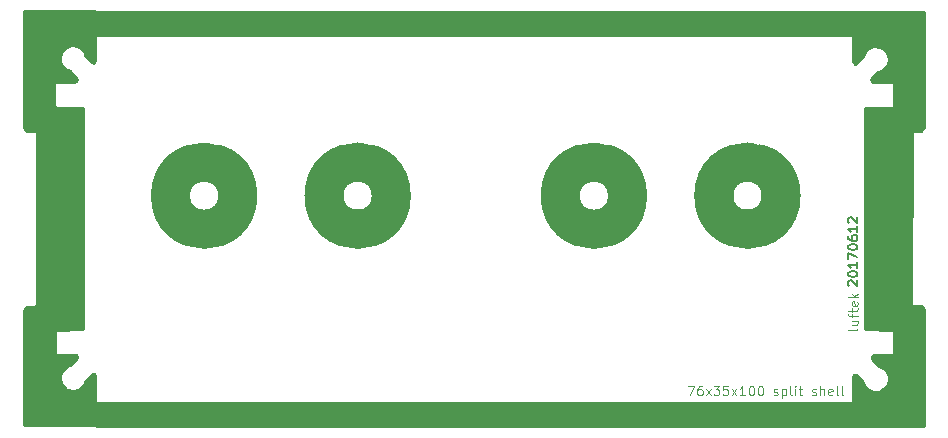
<source format=gts>
G04 #@! TF.GenerationSoftware,KiCad,Pcbnew,(2017-06-07 revision 51bed4bae)-makepkg*
G04 #@! TF.CreationDate,2017-06-11T00:06:54+02:00*
G04 #@! TF.ProjectId,Front_Panel_76x35_4conn,46726F6E745F50616E656C5F37367833,rev?*
G04 #@! TF.FileFunction,Soldermask,Top*
G04 #@! TF.FilePolarity,Negative*
%FSLAX46Y46*%
G04 Gerber Fmt 4.6, Leading zero omitted, Abs format (unit mm)*
G04 Created by KiCad (PCBNEW (2017-06-07 revision 51bed4bae)-makepkg) date 06/11/17 00:06:54*
%MOMM*%
%LPD*%
G01*
G04 APERTURE LIST*
%ADD10C,0.150000*%
%ADD11C,0.100000*%
%ADD12C,0.700000*%
%ADD13C,1.350000*%
%ADD14C,3.000000*%
%ADD15C,0.254000*%
G04 APERTURE END LIST*
D10*
D11*
X70611904Y-26990476D02*
X70573809Y-27066666D01*
X70497619Y-27104761D01*
X69811904Y-27104761D01*
X70078571Y-26342857D02*
X70611904Y-26342857D01*
X70078571Y-26685714D02*
X70497619Y-26685714D01*
X70573809Y-26647619D01*
X70611904Y-26571428D01*
X70611904Y-26457142D01*
X70573809Y-26380952D01*
X70535714Y-26342857D01*
X70078571Y-26076190D02*
X70078571Y-25771428D01*
X70611904Y-25961904D02*
X69926190Y-25961904D01*
X69850000Y-25923809D01*
X69811904Y-25847619D01*
X69811904Y-25771428D01*
X70078571Y-25619047D02*
X70078571Y-25314285D01*
X69811904Y-25504761D02*
X70497619Y-25504761D01*
X70573809Y-25466666D01*
X70611904Y-25390476D01*
X70611904Y-25314285D01*
X70573809Y-24742857D02*
X70611904Y-24819047D01*
X70611904Y-24971428D01*
X70573809Y-25047619D01*
X70497619Y-25085714D01*
X70192857Y-25085714D01*
X70116666Y-25047619D01*
X70078571Y-24971428D01*
X70078571Y-24819047D01*
X70116666Y-24742857D01*
X70192857Y-24704761D01*
X70269047Y-24704761D01*
X70345238Y-25085714D01*
X70611904Y-24361904D02*
X69811904Y-24361904D01*
X70307142Y-24285714D02*
X70611904Y-24057142D01*
X70078571Y-24057142D02*
X70383333Y-24361904D01*
D10*
X69848095Y-23380119D02*
X69810000Y-23342023D01*
X69771904Y-23265833D01*
X69771904Y-23075357D01*
X69810000Y-22999166D01*
X69848095Y-22961071D01*
X69924285Y-22922976D01*
X70000476Y-22922976D01*
X70114761Y-22961071D01*
X70571904Y-23418214D01*
X70571904Y-22922976D01*
X69771904Y-22427738D02*
X69771904Y-22351547D01*
X69810000Y-22275357D01*
X69848095Y-22237261D01*
X69924285Y-22199166D01*
X70076666Y-22161071D01*
X70267142Y-22161071D01*
X70419523Y-22199166D01*
X70495714Y-22237261D01*
X70533809Y-22275357D01*
X70571904Y-22351547D01*
X70571904Y-22427738D01*
X70533809Y-22503928D01*
X70495714Y-22542023D01*
X70419523Y-22580119D01*
X70267142Y-22618214D01*
X70076666Y-22618214D01*
X69924285Y-22580119D01*
X69848095Y-22542023D01*
X69810000Y-22503928D01*
X69771904Y-22427738D01*
X70571904Y-21399166D02*
X70571904Y-21856309D01*
X70571904Y-21627738D02*
X69771904Y-21627738D01*
X69886190Y-21703928D01*
X69962380Y-21780119D01*
X70000476Y-21856309D01*
X69771904Y-21132500D02*
X69771904Y-20599166D01*
X70571904Y-20942023D01*
X69771904Y-20142023D02*
X69771904Y-20065833D01*
X69810000Y-19989642D01*
X69848095Y-19951547D01*
X69924285Y-19913452D01*
X70076666Y-19875357D01*
X70267142Y-19875357D01*
X70419523Y-19913452D01*
X70495714Y-19951547D01*
X70533809Y-19989642D01*
X70571904Y-20065833D01*
X70571904Y-20142023D01*
X70533809Y-20218214D01*
X70495714Y-20256309D01*
X70419523Y-20294404D01*
X70267142Y-20332500D01*
X70076666Y-20332500D01*
X69924285Y-20294404D01*
X69848095Y-20256309D01*
X69810000Y-20218214D01*
X69771904Y-20142023D01*
X69771904Y-19189642D02*
X69771904Y-19342023D01*
X69810000Y-19418214D01*
X69848095Y-19456309D01*
X69962380Y-19532500D01*
X70114761Y-19570595D01*
X70419523Y-19570595D01*
X70495714Y-19532500D01*
X70533809Y-19494404D01*
X70571904Y-19418214D01*
X70571904Y-19265833D01*
X70533809Y-19189642D01*
X70495714Y-19151547D01*
X70419523Y-19113452D01*
X70229047Y-19113452D01*
X70152857Y-19151547D01*
X70114761Y-19189642D01*
X70076666Y-19265833D01*
X70076666Y-19418214D01*
X70114761Y-19494404D01*
X70152857Y-19532500D01*
X70229047Y-19570595D01*
X70571904Y-18351547D02*
X70571904Y-18808690D01*
X70571904Y-18580119D02*
X69771904Y-18580119D01*
X69886190Y-18656309D01*
X69962380Y-18732500D01*
X70000476Y-18808690D01*
X69848095Y-18046785D02*
X69810000Y-18008690D01*
X69771904Y-17932500D01*
X69771904Y-17742023D01*
X69810000Y-17665833D01*
X69848095Y-17627738D01*
X69924285Y-17589642D01*
X70000476Y-17589642D01*
X70114761Y-17627738D01*
X70571904Y-18084880D01*
X70571904Y-17589642D01*
D11*
X56218571Y-31871904D02*
X56751904Y-31871904D01*
X56409047Y-32671904D01*
X57399523Y-31871904D02*
X57247142Y-31871904D01*
X57170952Y-31910000D01*
X57132857Y-31948095D01*
X57056666Y-32062380D01*
X57018571Y-32214761D01*
X57018571Y-32519523D01*
X57056666Y-32595714D01*
X57094761Y-32633809D01*
X57170952Y-32671904D01*
X57323333Y-32671904D01*
X57399523Y-32633809D01*
X57437619Y-32595714D01*
X57475714Y-32519523D01*
X57475714Y-32329047D01*
X57437619Y-32252857D01*
X57399523Y-32214761D01*
X57323333Y-32176666D01*
X57170952Y-32176666D01*
X57094761Y-32214761D01*
X57056666Y-32252857D01*
X57018571Y-32329047D01*
X57742380Y-32671904D02*
X58161428Y-32138571D01*
X57742380Y-32138571D02*
X58161428Y-32671904D01*
X58390000Y-31871904D02*
X58885238Y-31871904D01*
X58618571Y-32176666D01*
X58732857Y-32176666D01*
X58809047Y-32214761D01*
X58847142Y-32252857D01*
X58885238Y-32329047D01*
X58885238Y-32519523D01*
X58847142Y-32595714D01*
X58809047Y-32633809D01*
X58732857Y-32671904D01*
X58504285Y-32671904D01*
X58428095Y-32633809D01*
X58390000Y-32595714D01*
X59609047Y-31871904D02*
X59228095Y-31871904D01*
X59190000Y-32252857D01*
X59228095Y-32214761D01*
X59304285Y-32176666D01*
X59494761Y-32176666D01*
X59570952Y-32214761D01*
X59609047Y-32252857D01*
X59647142Y-32329047D01*
X59647142Y-32519523D01*
X59609047Y-32595714D01*
X59570952Y-32633809D01*
X59494761Y-32671904D01*
X59304285Y-32671904D01*
X59228095Y-32633809D01*
X59190000Y-32595714D01*
X59913809Y-32671904D02*
X60332857Y-32138571D01*
X59913809Y-32138571D02*
X60332857Y-32671904D01*
X61056666Y-32671904D02*
X60599523Y-32671904D01*
X60828095Y-32671904D02*
X60828095Y-31871904D01*
X60751904Y-31986190D01*
X60675714Y-32062380D01*
X60599523Y-32100476D01*
X61551904Y-31871904D02*
X61628095Y-31871904D01*
X61704285Y-31910000D01*
X61742380Y-31948095D01*
X61780476Y-32024285D01*
X61818571Y-32176666D01*
X61818571Y-32367142D01*
X61780476Y-32519523D01*
X61742380Y-32595714D01*
X61704285Y-32633809D01*
X61628095Y-32671904D01*
X61551904Y-32671904D01*
X61475714Y-32633809D01*
X61437619Y-32595714D01*
X61399523Y-32519523D01*
X61361428Y-32367142D01*
X61361428Y-32176666D01*
X61399523Y-32024285D01*
X61437619Y-31948095D01*
X61475714Y-31910000D01*
X61551904Y-31871904D01*
X62313809Y-31871904D02*
X62390000Y-31871904D01*
X62466190Y-31910000D01*
X62504285Y-31948095D01*
X62542380Y-32024285D01*
X62580476Y-32176666D01*
X62580476Y-32367142D01*
X62542380Y-32519523D01*
X62504285Y-32595714D01*
X62466190Y-32633809D01*
X62390000Y-32671904D01*
X62313809Y-32671904D01*
X62237619Y-32633809D01*
X62199523Y-32595714D01*
X62161428Y-32519523D01*
X62123333Y-32367142D01*
X62123333Y-32176666D01*
X62161428Y-32024285D01*
X62199523Y-31948095D01*
X62237619Y-31910000D01*
X62313809Y-31871904D01*
X63494761Y-32633809D02*
X63570952Y-32671904D01*
X63723333Y-32671904D01*
X63799523Y-32633809D01*
X63837619Y-32557619D01*
X63837619Y-32519523D01*
X63799523Y-32443333D01*
X63723333Y-32405238D01*
X63609047Y-32405238D01*
X63532857Y-32367142D01*
X63494761Y-32290952D01*
X63494761Y-32252857D01*
X63532857Y-32176666D01*
X63609047Y-32138571D01*
X63723333Y-32138571D01*
X63799523Y-32176666D01*
X64180476Y-32138571D02*
X64180476Y-32938571D01*
X64180476Y-32176666D02*
X64256666Y-32138571D01*
X64409047Y-32138571D01*
X64485238Y-32176666D01*
X64523333Y-32214761D01*
X64561428Y-32290952D01*
X64561428Y-32519523D01*
X64523333Y-32595714D01*
X64485238Y-32633809D01*
X64409047Y-32671904D01*
X64256666Y-32671904D01*
X64180476Y-32633809D01*
X65018571Y-32671904D02*
X64942380Y-32633809D01*
X64904285Y-32557619D01*
X64904285Y-31871904D01*
X65323333Y-32671904D02*
X65323333Y-32138571D01*
X65323333Y-31871904D02*
X65285238Y-31910000D01*
X65323333Y-31948095D01*
X65361428Y-31910000D01*
X65323333Y-31871904D01*
X65323333Y-31948095D01*
X65590000Y-32138571D02*
X65894761Y-32138571D01*
X65704285Y-31871904D02*
X65704285Y-32557619D01*
X65742380Y-32633809D01*
X65818571Y-32671904D01*
X65894761Y-32671904D01*
X66732857Y-32633809D02*
X66809047Y-32671904D01*
X66961428Y-32671904D01*
X67037619Y-32633809D01*
X67075714Y-32557619D01*
X67075714Y-32519523D01*
X67037619Y-32443333D01*
X66961428Y-32405238D01*
X66847142Y-32405238D01*
X66770952Y-32367142D01*
X66732857Y-32290952D01*
X66732857Y-32252857D01*
X66770952Y-32176666D01*
X66847142Y-32138571D01*
X66961428Y-32138571D01*
X67037619Y-32176666D01*
X67418571Y-32671904D02*
X67418571Y-31871904D01*
X67761428Y-32671904D02*
X67761428Y-32252857D01*
X67723333Y-32176666D01*
X67647142Y-32138571D01*
X67532857Y-32138571D01*
X67456666Y-32176666D01*
X67418571Y-32214761D01*
X68447142Y-32633809D02*
X68370952Y-32671904D01*
X68218571Y-32671904D01*
X68142380Y-32633809D01*
X68104285Y-32557619D01*
X68104285Y-32252857D01*
X68142380Y-32176666D01*
X68218571Y-32138571D01*
X68370952Y-32138571D01*
X68447142Y-32176666D01*
X68485238Y-32252857D01*
X68485238Y-32329047D01*
X68104285Y-32405238D01*
X68942380Y-32671904D02*
X68866190Y-32633809D01*
X68828095Y-32557619D01*
X68828095Y-31871904D01*
X69361428Y-32671904D02*
X69285238Y-32633809D01*
X69247142Y-32557619D01*
X69247142Y-31871904D01*
D12*
X31180000Y-13790000D02*
X31180000Y-17760000D01*
D13*
X32090000Y-15770000D02*
G75*
G03X32090000Y-15770000I-3830000J0D01*
G01*
D14*
X30920000Y-15770000D02*
G75*
G03X30920000Y-15770000I-2660000J0D01*
G01*
D12*
X18180000Y-13790000D02*
X18180000Y-17760000D01*
D13*
X19090000Y-15770000D02*
G75*
G03X19090000Y-15770000I-3830000J0D01*
G01*
D14*
X17920000Y-15770000D02*
G75*
G03X17920000Y-15770000I-2660000J0D01*
G01*
D12*
X64180000Y-13790000D02*
X64180000Y-17760000D01*
D13*
X65090000Y-15770000D02*
G75*
G03X65090000Y-15770000I-3830000J0D01*
G01*
D14*
X63920000Y-15770000D02*
G75*
G03X63920000Y-15770000I-2660000J0D01*
G01*
D12*
X51180000Y-13790000D02*
X51180000Y-17760000D01*
D13*
X52090000Y-15770000D02*
G75*
G03X52090000Y-15770000I-3830000J0D01*
G01*
D14*
X50920000Y-15770000D02*
G75*
G03X50920000Y-15770000I-2660000J0D01*
G01*
D15*
G36*
X71004735Y-236890D02*
X70748976Y-2133034D01*
X4968728Y-2152961D01*
X4995294Y-187095D01*
X71004735Y-236890D01*
X71004735Y-236890D01*
G37*
X71004735Y-236890D02*
X70748976Y-2133034D01*
X4968728Y-2152961D01*
X4995294Y-187095D01*
X71004735Y-236890D01*
G36*
X70302424Y-35262960D02*
X6106417Y-35243039D01*
X6097587Y-33326960D01*
X70293573Y-33307039D01*
X70302424Y-35262960D01*
X70302424Y-35262960D01*
G37*
X70302424Y-35262960D02*
X6106417Y-35243039D01*
X6097587Y-33326960D01*
X70293573Y-33307039D01*
X70302424Y-35262960D01*
G36*
X76223043Y-9957610D02*
X75986500Y-10273000D01*
X75290000Y-10273000D01*
X75241399Y-10282667D01*
X75200197Y-10310197D01*
X75172667Y-10351399D01*
X75163000Y-10399739D01*
X75133000Y-24999739D01*
X75142568Y-25048360D01*
X75170013Y-25089618D01*
X75211158Y-25117233D01*
X75260000Y-25127000D01*
X75997394Y-25127000D01*
X76223000Y-25352606D01*
X76223000Y-35273000D01*
X70216424Y-35273000D01*
X70207000Y-33199643D01*
X70207000Y-31042333D01*
X70282350Y-30941866D01*
X70337554Y-30916388D01*
X70443440Y-30951683D01*
X71036553Y-31507727D01*
X71117228Y-31812498D01*
X71153046Y-31872564D01*
X71483046Y-32182564D01*
X71521796Y-32207496D01*
X71911796Y-32367496D01*
X71960000Y-32377000D01*
X72340000Y-32377000D01*
X72403368Y-32360061D01*
X72733368Y-32170061D01*
X72754147Y-32155123D01*
X73014147Y-31925123D01*
X73047315Y-31878643D01*
X73217315Y-31468643D01*
X73226945Y-31416266D01*
X73216945Y-31076266D01*
X73208162Y-31033451D01*
X73078162Y-30703451D01*
X73053065Y-30663583D01*
X72793065Y-30383583D01*
X72750747Y-30353580D01*
X72382299Y-30192974D01*
X71814539Y-29634522D01*
X71774602Y-29474775D01*
X71825253Y-29373474D01*
X71971994Y-29296610D01*
X73541587Y-29276990D01*
X73590064Y-29266716D01*
X73630918Y-29238673D01*
X73657931Y-29197130D01*
X73667000Y-29150000D01*
X73667000Y-27250000D01*
X73657333Y-27201399D01*
X73629803Y-27160197D01*
X73588601Y-27132667D01*
X73541549Y-27123009D01*
X71207066Y-27094540D01*
X71216934Y-8364920D01*
X73512099Y-8326983D01*
X73560533Y-8316513D01*
X73601274Y-8288306D01*
X73628120Y-8246655D01*
X73636998Y-8200661D01*
X73646998Y-6280661D01*
X73637584Y-6232011D01*
X73610269Y-6190666D01*
X73569211Y-6162922D01*
X73520747Y-6153002D01*
X71870187Y-6143293D01*
X71780639Y-6060141D01*
X71735078Y-5980409D01*
X71755477Y-5893714D01*
X72320858Y-5319065D01*
X72614593Y-5208914D01*
X72657409Y-5182134D01*
X73047409Y-4812134D01*
X73080743Y-4759373D01*
X73230743Y-4299373D01*
X73232788Y-4227565D01*
X73092788Y-3697565D01*
X73060992Y-3641403D01*
X72690992Y-3261403D01*
X72650161Y-3233326D01*
X72621946Y-3224910D01*
X72051946Y-3124910D01*
X71999198Y-3126792D01*
X71639198Y-3216792D01*
X71588697Y-3242436D01*
X71228697Y-3542436D01*
X71193037Y-3590516D01*
X70984565Y-4083268D01*
X70433061Y-4559992D01*
X70383763Y-4579711D01*
X70306088Y-4569354D01*
X70249240Y-4517675D01*
X70196898Y-4368124D01*
X70187013Y-2292299D01*
X70271817Y-228740D01*
X71558199Y-246987D01*
X71560794Y-246998D01*
X76232871Y-217798D01*
X76223043Y-9957610D01*
X76223043Y-9957610D01*
G37*
X76223043Y-9957610D02*
X75986500Y-10273000D01*
X75290000Y-10273000D01*
X75241399Y-10282667D01*
X75200197Y-10310197D01*
X75172667Y-10351399D01*
X75163000Y-10399739D01*
X75133000Y-24999739D01*
X75142568Y-25048360D01*
X75170013Y-25089618D01*
X75211158Y-25117233D01*
X75260000Y-25127000D01*
X75997394Y-25127000D01*
X76223000Y-25352606D01*
X76223000Y-35273000D01*
X70216424Y-35273000D01*
X70207000Y-33199643D01*
X70207000Y-31042333D01*
X70282350Y-30941866D01*
X70337554Y-30916388D01*
X70443440Y-30951683D01*
X71036553Y-31507727D01*
X71117228Y-31812498D01*
X71153046Y-31872564D01*
X71483046Y-32182564D01*
X71521796Y-32207496D01*
X71911796Y-32367496D01*
X71960000Y-32377000D01*
X72340000Y-32377000D01*
X72403368Y-32360061D01*
X72733368Y-32170061D01*
X72754147Y-32155123D01*
X73014147Y-31925123D01*
X73047315Y-31878643D01*
X73217315Y-31468643D01*
X73226945Y-31416266D01*
X73216945Y-31076266D01*
X73208162Y-31033451D01*
X73078162Y-30703451D01*
X73053065Y-30663583D01*
X72793065Y-30383583D01*
X72750747Y-30353580D01*
X72382299Y-30192974D01*
X71814539Y-29634522D01*
X71774602Y-29474775D01*
X71825253Y-29373474D01*
X71971994Y-29296610D01*
X73541587Y-29276990D01*
X73590064Y-29266716D01*
X73630918Y-29238673D01*
X73657931Y-29197130D01*
X73667000Y-29150000D01*
X73667000Y-27250000D01*
X73657333Y-27201399D01*
X73629803Y-27160197D01*
X73588601Y-27132667D01*
X73541549Y-27123009D01*
X71207066Y-27094540D01*
X71216934Y-8364920D01*
X73512099Y-8326983D01*
X73560533Y-8316513D01*
X73601274Y-8288306D01*
X73628120Y-8246655D01*
X73636998Y-8200661D01*
X73646998Y-6280661D01*
X73637584Y-6232011D01*
X73610269Y-6190666D01*
X73569211Y-6162922D01*
X73520747Y-6153002D01*
X71870187Y-6143293D01*
X71780639Y-6060141D01*
X71735078Y-5980409D01*
X71755477Y-5893714D01*
X72320858Y-5319065D01*
X72614593Y-5208914D01*
X72657409Y-5182134D01*
X73047409Y-4812134D01*
X73080743Y-4759373D01*
X73230743Y-4299373D01*
X73232788Y-4227565D01*
X73092788Y-3697565D01*
X73060992Y-3641403D01*
X72690992Y-3261403D01*
X72650161Y-3233326D01*
X72621946Y-3224910D01*
X72051946Y-3124910D01*
X71999198Y-3126792D01*
X71639198Y-3216792D01*
X71588697Y-3242436D01*
X71228697Y-3542436D01*
X71193037Y-3590516D01*
X70984565Y-4083268D01*
X70433061Y-4559992D01*
X70383763Y-4579711D01*
X70306088Y-4569354D01*
X70249240Y-4517675D01*
X70196898Y-4368124D01*
X70187013Y-2292299D01*
X70271817Y-228740D01*
X71558199Y-246987D01*
X71560794Y-246998D01*
X76232871Y-217798D01*
X76223043Y-9957610D01*
G36*
X6043000Y-2230357D02*
X6043000Y-4387666D01*
X5967649Y-4488135D01*
X5912446Y-4513614D01*
X5806560Y-4478317D01*
X5213447Y-3922271D01*
X5132771Y-3617501D01*
X5096954Y-3557436D01*
X4766954Y-3247436D01*
X4728204Y-3222504D01*
X4338204Y-3062504D01*
X4290000Y-3053000D01*
X3910000Y-3053000D01*
X3846632Y-3069939D01*
X3516632Y-3259939D01*
X3495853Y-3274877D01*
X3235854Y-3504876D01*
X3202686Y-3551356D01*
X3032685Y-3961357D01*
X3023055Y-4013734D01*
X3033055Y-4353734D01*
X3041838Y-4396548D01*
X3171837Y-4726549D01*
X3196935Y-4766419D01*
X3456936Y-5046418D01*
X3499253Y-5076421D01*
X3867704Y-5237027D01*
X4435462Y-5795480D01*
X4475397Y-5955224D01*
X4424746Y-6056526D01*
X4278007Y-6133390D01*
X2708413Y-6153010D01*
X2659936Y-6163284D01*
X2619082Y-6191327D01*
X2592069Y-6232870D01*
X2583000Y-6280000D01*
X2583001Y-8180000D01*
X2592668Y-8228601D01*
X2620198Y-8269803D01*
X2661400Y-8297333D01*
X2708452Y-8306991D01*
X5042935Y-8335462D01*
X5033066Y-27065080D01*
X2737902Y-27103017D01*
X2689468Y-27113487D01*
X2648727Y-27141694D01*
X2621881Y-27183345D01*
X2613003Y-27229338D01*
X2603002Y-29149338D01*
X2612416Y-29197989D01*
X2639731Y-29239334D01*
X2680789Y-29267078D01*
X2729253Y-29276998D01*
X4379813Y-29286706D01*
X4469361Y-29369859D01*
X4514922Y-29449591D01*
X4494523Y-29536286D01*
X3929142Y-30110936D01*
X3635408Y-30221086D01*
X3592591Y-30247866D01*
X3202591Y-30617866D01*
X3169257Y-30670627D01*
X3019257Y-31130627D01*
X3017212Y-31202435D01*
X3157212Y-31732435D01*
X3189008Y-31788597D01*
X3559008Y-32168597D01*
X3599839Y-32196674D01*
X3628054Y-32205090D01*
X4198054Y-32305090D01*
X4250802Y-32303208D01*
X4610802Y-32213208D01*
X4661303Y-32187564D01*
X5021303Y-31887564D01*
X5056963Y-31839484D01*
X5265436Y-31346730D01*
X5816940Y-30870007D01*
X5866236Y-30850289D01*
X5943912Y-30860646D01*
X6000760Y-30912325D01*
X6053102Y-31061876D01*
X6062987Y-33137701D01*
X5978086Y-35203618D01*
X4129749Y-35213000D01*
X17128Y-35213000D01*
X26957Y-25472390D01*
X263500Y-25157000D01*
X960000Y-25157001D01*
X1008601Y-25147334D01*
X1049802Y-25119804D01*
X1077333Y-25078602D01*
X1087000Y-25030262D01*
X1117000Y-10430261D01*
X1107432Y-10381640D01*
X1079987Y-10340382D01*
X1038842Y-10312767D01*
X990000Y-10303000D01*
X252606Y-10303000D01*
X27000Y-10077394D01*
X26998Y-157001D01*
X6033574Y-157001D01*
X6043000Y-2230357D01*
X6043000Y-2230357D01*
G37*
X6043000Y-2230357D02*
X6043000Y-4387666D01*
X5967649Y-4488135D01*
X5912446Y-4513614D01*
X5806560Y-4478317D01*
X5213447Y-3922271D01*
X5132771Y-3617501D01*
X5096954Y-3557436D01*
X4766954Y-3247436D01*
X4728204Y-3222504D01*
X4338204Y-3062504D01*
X4290000Y-3053000D01*
X3910000Y-3053000D01*
X3846632Y-3069939D01*
X3516632Y-3259939D01*
X3495853Y-3274877D01*
X3235854Y-3504876D01*
X3202686Y-3551356D01*
X3032685Y-3961357D01*
X3023055Y-4013734D01*
X3033055Y-4353734D01*
X3041838Y-4396548D01*
X3171837Y-4726549D01*
X3196935Y-4766419D01*
X3456936Y-5046418D01*
X3499253Y-5076421D01*
X3867704Y-5237027D01*
X4435462Y-5795480D01*
X4475397Y-5955224D01*
X4424746Y-6056526D01*
X4278007Y-6133390D01*
X2708413Y-6153010D01*
X2659936Y-6163284D01*
X2619082Y-6191327D01*
X2592069Y-6232870D01*
X2583000Y-6280000D01*
X2583001Y-8180000D01*
X2592668Y-8228601D01*
X2620198Y-8269803D01*
X2661400Y-8297333D01*
X2708452Y-8306991D01*
X5042935Y-8335462D01*
X5033066Y-27065080D01*
X2737902Y-27103017D01*
X2689468Y-27113487D01*
X2648727Y-27141694D01*
X2621881Y-27183345D01*
X2613003Y-27229338D01*
X2603002Y-29149338D01*
X2612416Y-29197989D01*
X2639731Y-29239334D01*
X2680789Y-29267078D01*
X2729253Y-29276998D01*
X4379813Y-29286706D01*
X4469361Y-29369859D01*
X4514922Y-29449591D01*
X4494523Y-29536286D01*
X3929142Y-30110936D01*
X3635408Y-30221086D01*
X3592591Y-30247866D01*
X3202591Y-30617866D01*
X3169257Y-30670627D01*
X3019257Y-31130627D01*
X3017212Y-31202435D01*
X3157212Y-31732435D01*
X3189008Y-31788597D01*
X3559008Y-32168597D01*
X3599839Y-32196674D01*
X3628054Y-32205090D01*
X4198054Y-32305090D01*
X4250802Y-32303208D01*
X4610802Y-32213208D01*
X4661303Y-32187564D01*
X5021303Y-31887564D01*
X5056963Y-31839484D01*
X5265436Y-31346730D01*
X5816940Y-30870007D01*
X5866236Y-30850289D01*
X5943912Y-30860646D01*
X6000760Y-30912325D01*
X6053102Y-31061876D01*
X6062987Y-33137701D01*
X5978086Y-35203618D01*
X4129749Y-35213000D01*
X17128Y-35213000D01*
X26957Y-25472390D01*
X263500Y-25157000D01*
X960000Y-25157001D01*
X1008601Y-25147334D01*
X1049802Y-25119804D01*
X1077333Y-25078602D01*
X1087000Y-25030262D01*
X1117000Y-10430261D01*
X1107432Y-10381640D01*
X1079987Y-10340382D01*
X1038842Y-10312767D01*
X990000Y-10303000D01*
X252606Y-10303000D01*
X27000Y-10077394D01*
X26998Y-157001D01*
X6033574Y-157001D01*
X6043000Y-2230357D01*
M02*

</source>
